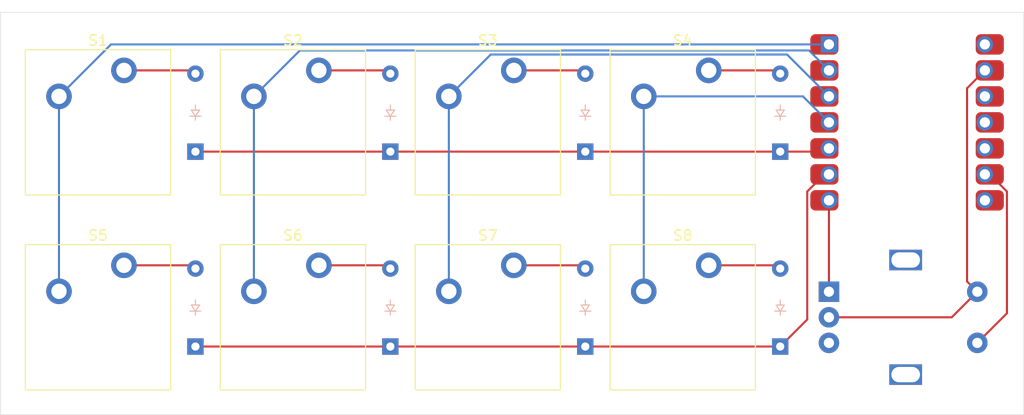
<source format=kicad_pcb>
(kicad_pcb (version 20240108) (generator "pcbnew") (generator_version "8.0")
  (layers (0 "F.Cu" signal) (31 "B.Cu" signal) (34 "B.Paste" user) (35 "F.Paste" user) (36 "B.SilkS" user "B.Silkscreen") (37 "F.SilkS" user "F.Silkscreen") (38 "B.Mask" user) (39 "F.Mask" user) (44 "Edge.Cuts" user))
  (net 0 "")
  (net 1 "row 0")
  (net 2 "Net-(D1-A)")
  (net 3 "Net-(D2-A)")
  (net 4 "Net-(D3-A)")
  (net 5 "Net-(D4-A)")
  (net 6 "row 1")
  (net 7 "Net-(D5-A)")
  (net 8 "Net-(D6-A)")
  (net 9 "Net-(D7-A)")
  (net 10 "col 3")
  (net 11 "Net-(D8-A)")
  (net 12 "col 0")
  (net 13 "col 1")
  (net 14 "col 2")
  (net 15 "A")
  (net 16 "gnd")
  (net 17 "B")
  (net 21 "switch")
  (footprint "ScottoKeebs_MX:MX_PCB_1.00u" (layer "F.Cu") (at 168.125 103.575)
    (property "Reference" "S6" (at 0 -8 0) (layer "F.SilkS"))
    (property "Value" "Keyswitch")
    (fp_line (start -7.1 -7.1) (end -7.1 7.1) (stroke (width 0.12)) (layer "F.SilkS"))
    (fp_line (start -7.1 7.1) (end 7.1 7.1) (stroke (width 0.12)) (layer "F.SilkS"))
    (fp_line (start 7.1 -7.1) (end -7.1 -7.1) (stroke (width 0.12)) (layer "F.SilkS"))
    (fp_line (start 7.1 7.1) (end 7.1 -7.1) (stroke (width 0.12)) (layer "F.SilkS"))
    (pad "" np_thru_hole circle (at -5.08 0) (size 1.75 1.75) (drill 1.75) (layers "*.Cu" "*.Mask"))
    (pad "" np_thru_hole circle (at 0 0) (size 4 4) (drill 4) (layers "*.Cu" "*.Mask"))
    (pad "" np_thru_hole circle (at 5.08 0) (size 1.75 1.75) (drill 1.75) (layers "*.Cu" "*.Mask"))
    (pad "1" thru_hole circle (at -3.81 -2.54) (size 2.5 2.5) (drill 1.5) (layers "*.Cu" "*.Mask") (net 13 "col 1"))
    (pad "2" thru_hole circle (at 2.54 -5.08) (size 2.5 2.5) (drill 1.5) (layers "*.Cu" "*.Mask") (net 8 "Net-(D6-A)"))
  )
  (footprint "ScottoKeebs_MX:MX_PCB_1.00u" (layer "F.Cu") (at 187.175 103.575)
    (property "Reference" "S7" (at 0 -8 0) (layer "F.SilkS"))
    (property "Value" "Keyswitch")
    (fp_line (start -7.1 -7.1) (end -7.1 7.1) (stroke (width 0.12)) (layer "F.SilkS"))
    (fp_line (start -7.1 7.1) (end 7.1 7.1) (stroke (width 0.12)) (layer "F.SilkS"))
    (fp_line (start 7.1 -7.1) (end -7.1 -7.1) (stroke (width 0.12)) (layer "F.SilkS"))
    (fp_line (start 7.1 7.1) (end 7.1 -7.1) (stroke (width 0.12)) (layer "F.SilkS"))
    (pad "" np_thru_hole circle (at -5.08 0) (size 1.75 1.75) (drill 1.75) (layers "*.Cu" "*.Mask"))
    (pad "" np_thru_hole circle (at 0 0) (size 4 4) (drill 4) (layers "*.Cu" "*.Mask"))
    (pad "" np_thru_hole circle (at 5.08 0) (size 1.75 1.75) (drill 1.75) (layers "*.Cu" "*.Mask"))
    (pad "1" thru_hole circle (at -3.81 -2.54) (size 2.5 2.5) (drill 1.5) (layers "*.Cu" "*.Mask") (net 14 "col 2"))
    (pad "2" thru_hole circle (at 2.54 -5.08) (size 2.5 2.5) (drill 1.5) (layers "*.Cu" "*.Mask") (net 9 "Net-(D7-A)"))
  )
  (footprint "ScottoKeebs_MX:MX_PCB_1.00u" (layer "F.Cu") (at 149.075 84.525)
    (property "Reference" "S1" (at 0 -8 0) (layer "F.SilkS"))
    (property "Value" "Keyswitch")
    (fp_line (start -7.1 -7.1) (end -7.1 7.1) (stroke (width 0.12)) (layer "F.SilkS"))
    (fp_line (start -7.1 7.1) (end 7.1 7.1) (stroke (width 0.12)) (layer "F.SilkS"))
    (fp_line (start 7.1 -7.1) (end -7.1 -7.1) (stroke (width 0.12)) (layer "F.SilkS"))
    (fp_line (start 7.1 7.1) (end 7.1 -7.1) (stroke (width 0.12)) (layer "F.SilkS"))
    (pad "" np_thru_hole circle (at -5.08 0) (size 1.75 1.75) (drill 1.75) (layers "*.Cu" "*.Mask"))
    (pad "" np_thru_hole circle (at 0 0) (size 4 4) (drill 4) (layers "*.Cu" "*.Mask"))
    (pad "" np_thru_hole circle (at 5.08 0) (size 1.75 1.75) (drill 1.75) (layers "*.Cu" "*.Mask"))
    (pad "1" thru_hole circle (at -3.81 -2.54) (size 2.5 2.5) (drill 1.5) (layers "*.Cu" "*.Mask") (net 12 "col 0"))
    (pad "2" thru_hole circle (at 2.54 -5.08) (size 2.5 2.5) (drill 1.5) (layers "*.Cu" "*.Mask") (net 2 "Net-(D1-A)"))
  )
  (footprint "ScottoKeebs_MX:MX_PCB_1.00u" (layer "F.Cu") (at 168.125 84.525)
    (property "Reference" "S2" (at 0 -8 0) (layer "F.SilkS"))
    (property "Value" "Keyswitch")
    (fp_line (start -7.1 -7.1) (end -7.1 7.1) (stroke (width 0.12)) (layer "F.SilkS"))
    (fp_line (start -7.1 7.1) (end 7.1 7.1) (stroke (width 0.12)) (layer "F.SilkS"))
    (fp_line (start 7.1 -7.1) (end -7.1 -7.1) (stroke (width 0.12)) (layer "F.SilkS"))
    (fp_line (start 7.1 7.1) (end 7.1 -7.1) (stroke (width 0.12)) (layer "F.SilkS"))
    (pad "" np_thru_hole circle (at -5.08 0) (size 1.75 1.75) (drill 1.75) (layers "*.Cu" "*.Mask"))
    (pad "" np_thru_hole circle (at 0 0) (size 4 4) (drill 4) (layers "*.Cu" "*.Mask"))
    (pad "" np_thru_hole circle (at 5.08 0) (size 1.75 1.75) (drill 1.75) (layers "*.Cu" "*.Mask"))
    (pad "1" thru_hole circle (at -3.81 -2.54) (size 2.5 2.5) (drill 1.5) (layers "*.Cu" "*.Mask") (net 13 "col 1"))
    (pad "2" thru_hole circle (at 2.54 -5.08) (size 2.5 2.5) (drill 1.5) (layers "*.Cu" "*.Mask") (net 3 "Net-(D2-A)"))
  )
  (footprint "ScottoKeebs_MX:MX_PCB_1.00u" (layer "F.Cu") (at 206.225 103.575)
    (property "Reference" "S8" (at 0 -8 0) (layer "F.SilkS"))
    (property "Value" "Keyswitch")
    (fp_line (start -7.1 -7.1) (end -7.1 7.1) (stroke (width 0.12)) (layer "F.SilkS"))
    (fp_line (start -7.1 7.1) (end 7.1 7.1) (stroke (width 0.12)) (layer "F.SilkS"))
    (fp_line (start 7.1 -7.1) (end -7.1 -7.1) (stroke (width 0.12)) (layer "F.SilkS"))
    (fp_line (start 7.1 7.1) (end 7.1 -7.1) (stroke (width 0.12)) (layer "F.SilkS"))
    (pad "" np_thru_hole circle (at -5.08 0) (size 1.75 1.75) (drill 1.75) (layers "*.Cu" "*.Mask"))
    (pad "" np_thru_hole circle (at 0 0) (size 4 4) (drill 4) (layers "*.Cu" "*.Mask"))
    (pad "" np_thru_hole circle (at 5.08 0) (size 1.75 1.75) (drill 1.75) (layers "*.Cu" "*.Mask"))
    (pad "1" thru_hole circle (at -3.81 -2.54) (size 2.5 2.5) (drill 1.5) (layers "*.Cu" "*.Mask") (net 10 "col 3"))
    (pad "2" thru_hole circle (at 2.54 -5.08) (size 2.5 2.5) (drill 1.5) (layers "*.Cu" "*.Mask") (net 11 "Net-(D8-A)"))
  )
  (footprint "ScottoKeebs_Scotto:Encoder_EC11_MX" (layer "F.Cu") (at 228.0125 103.575)
    (property "Reference" "SW1" (hide yes))
    (property "Value" "RotaryEncoder_Switch" (hide yes))
    (pad "A" thru_hole rect (at -7.5 -2.5) (size 2 2) (drill 1) (layers "*.Cu" "*.Mask") (net 15 "A"))
    (pad "B" thru_hole circle (at -7.5 2.5) (size 2 2) (drill 1) (layers "*.Cu" "*.Mask") (net 17 "B"))
    (pad "C" thru_hole circle (at -7.5 0) (size 2 2) (drill 1) (layers "*.Cu" "*.Mask") (net 16 "gnd"))
    (pad "MP" thru_hole rect (at 0 -5.6) (size 3.2 2) (drill oval 2.8 1.5) (layers "*.Cu" "*.Mask"))
    (pad "MP" thru_hole rect (at 0 5.6) (size 3.2 2) (drill oval 2.8 1.5) (layers "*.Cu" "*.Mask"))
    (pad "S1" thru_hole circle (at 7 2.5) (size 2 2) (drill 1) (layers "*.Cu" "*.Mask") (net 21 "switch"))
    (pad "S2" thru_hole circle (at 7 -2.5) (size 2 2) (drill 1) (layers "*.Cu" "*.Mask") (net 16 "gnd"))
  )
  (footprint "ScottoKeebs_MX:MX_PCB_1.00u" (layer "F.Cu") (at 149.075 103.575)
    (property "Reference" "S5" (at 0 -8 0) (layer "F.SilkS"))
    (property "Value" "Keyswitch")
    (fp_line (start -7.1 -7.1) (end -7.1 7.1) (stroke (width 0.12)) (layer "F.SilkS"))
    (fp_line (start -7.1 7.1) (end 7.1 7.1) (stroke (width 0.12)) (layer "F.SilkS"))
    (fp_line (start 7.1 -7.1) (end -7.1 -7.1) (stroke (width 0.12)) (layer "F.SilkS"))
    (fp_line (start 7.1 7.1) (end 7.1 -7.1) (stroke (width 0.12)) (layer "F.SilkS"))
    (pad "" np_thru_hole circle (at -5.08 0) (size 1.75 1.75) (drill 1.75) (layers "*.Cu" "*.Mask"))
    (pad "" np_thru_hole circle (at 0 0) (size 4 4) (drill 4) (layers "*.Cu" "*.Mask"))
    (pad "" np_thru_hole circle (at 5.08 0) (size 1.75 1.75) (drill 1.75) (layers "*.Cu" "*.Mask"))
    (pad "1" thru_hole circle (at -3.81 -2.54) (size 2.5 2.5) (drill 1.5) (layers "*.Cu" "*.Mask") (net 12 "col 0"))
    (pad "2" thru_hole circle (at 2.54 -5.08) (size 2.5 2.5) (drill 1.5) (layers "*.Cu" "*.Mask") (net 7 "Net-(D5-A)"))
  )
  (footprint "ScottoKeebs_MCU:Seeed_XIAO_RP2040" (layer "F.Cu") (at 228.1325 84.525)
    (property "Reference" "U2" (hide yes))
    (property "Value" "SeeeduinoXIAO")
    (pad "1" smd roundrect (at -8.065 -7.62) (size 2.75 2) (layers "F.Cu" "F.Paste" "F.Mask") (net 12 "col 0"))
    (pad "1" thru_hole rect (at -7.62 -7.62 90) (size 1.6 1.6) (drill 1) (layers "*.Cu" "*.Mask") (net 12 "col 0"))
    (pad "2" smd roundrect (at -8.065 -5.08) (size 2.75 2) (layers "F.Cu" "F.Paste" "F.Mask") (net 13 "col 1"))
    (pad "2" thru_hole circle (at -7.62 -5.08 90) (size 1.6 1.6) (drill 1) (layers "*.Cu" "*.Mask") (net 13 "col 1"))
    (pad "3" smd roundrect (at -8.065 -2.54) (size 2.75 2) (layers "F.Cu" "F.Paste" "F.Mask") (net 14 "col 2"))
    (pad "3" thru_hole circle (at -7.62 -2.54 90) (size 1.6 1.6) (drill 1) (layers "*.Cu" "*.Mask") (net 14 "col 2"))
    (pad "4" smd roundrect (at -8.065 0) (size 2.75 2) (layers "F.Cu" "F.Paste" "F.Mask") (net 10 "col 3"))
    (pad "4" thru_hole circle (at -7.62 0 90) (size 1.6 1.6) (drill 1) (layers "*.Cu" "*.Mask") (net 10 "col 3"))
    (pad "5" smd roundrect (at -8.065 2.54) (size 2.75 2) (layers "F.Cu" "F.Paste" "F.Mask") (net 1 "row 0"))
    (pad "5" thru_hole circle (at -7.62 2.54 90) (size 1.6 1.6) (drill 1) (layers "*.Cu" "*.Mask") (net 1 "row 0"))
    (pad "6" smd roundrect (at -8.065 5.08) (size 2.75 2) (layers "F.Cu" "F.Paste" "F.Mask") (net 6 "row 1"))
    (pad "6" thru_hole circle (at -7.62 5.08 90) (size 1.6 1.6) (drill 1) (layers "*.Cu" "*.Mask") (net 6 "row 1"))
    (pad "7" smd roundrect (at -8.065 7.62) (size 2.75 2) (layers "F.Cu" "F.Paste" "F.Mask") (net 15 "A"))
    (pad "7" thru_hole circle (at -7.62 7.62 90) (size 1.6 1.6) (drill 1) (layers "*.Cu" "*.Mask") (net 15 "A"))
    (pad "8" thru_hole circle (at 7.62 7.62 90) (size 1.6 1.6) (drill 1) (layers "*.Cu" "*.Mask") (net 17 "B"))
    (pad "8" smd roundrect (at 8.1 7.62) (size 2.75 2) (layers "F.Cu" "F.Paste" "F.Mask") (net 17 "B"))
    (pad "9" thru_hole circle (at 7.62 5.08 90) (size 1.6 1.6) (drill 1) (layers "*.Cu" "*.Mask") (net 21 "switch"))
    (pad "9" smd roundrect (at 8.1 5.08) (size 2.75 2) (layers "F.Cu" "F.Paste" "F.Mask") (net 21 "switch"))
    (pad "10" thru_hole circle (at 7.62 2.54 90) (size 1.6 1.6) (drill 1) (layers "*.Cu" "*.Mask"))
    (pad "10" smd roundrect (at 8.1 2.54) (size 2.75 2) (layers "F.Cu" "F.Paste" "F.Mask"))
    (pad "11" thru_hole circle (at 7.62 0 90) (size 1.6 1.6) (drill 1) (layers "*.Cu" "*.Mask"))
    (pad "11" smd roundrect (at 8.1 0) (size 2.75 2) (layers "F.Cu" "F.Paste" "F.Mask"))
    (pad "12" thru_hole circle (at 7.62 -2.54 90) (size 1.6 1.6) (drill 1) (layers "*.Cu" "*.Mask"))
    (pad "12" smd roundrect (at 8.1 -2.54) (size 2.75 2) (layers "F.Cu" "F.Paste" "F.Mask"))
    (pad "13" thru_hole circle (at 7.62 -5.08 90) (size 1.6 1.6) (drill 1) (layers "*.Cu" "*.Mask") (net 16 "gnd"))
    (pad "13" smd roundrect (at 8.1 -5.08) (size 2.75 2) (layers "F.Cu" "F.Paste" "F.Mask") (net 16 "gnd"))
    (pad "14" thru_hole circle (at 7.62 -7.62 90) (size 1.6 1.6) (drill 1) (layers "*.Cu" "*.Mask"))
    (pad "14" smd roundrect (at 8.1 -7.62) (size 2.75 2) (layers "F.Cu" "F.Paste" "F.Mask"))
  )
  (footprint "ScottoKeebs_MX:MX_PCB_1.00u" (layer "F.Cu") (at 187.175 84.525)
    (property "Reference" "S3" (at 0 -8 0) (layer "F.SilkS"))
    (property "Value" "Keyswitch")
    (fp_line (start -7.1 -7.1) (end -7.1 7.1) (stroke (width 0.12)) (layer "F.SilkS"))
    (fp_line (start -7.1 7.1) (end 7.1 7.1) (stroke (width 0.12)) (layer "F.SilkS"))
    (fp_line (start 7.1 -7.1) (end -7.1 -7.1) (stroke (width 0.12)) (layer "F.SilkS"))
    (fp_line (start 7.1 7.1) (end 7.1 -7.1) (stroke (width 0.12)) (layer "F.SilkS"))
    (pad "" np_thru_hole circle (at -5.08 0) (size 1.75 1.75) (drill 1.75) (layers "*.Cu" "*.Mask"))
    (pad "" np_thru_hole circle (at 0 0) (size 4 4) (drill 4) (layers "*.Cu" "*.Mask"))
    (pad "" np_thru_hole circle (at 5.08 0) (size 1.75 1.75) (drill 1.75) (layers "*.Cu" "*.Mask"))
    (pad "1" thru_hole circle (at -3.81 -2.54) (size 2.5 2.5) (drill 1.5) (layers "*.Cu" "*.Mask") (net 14 "col 2"))
    (pad "2" thru_hole circle (at 2.54 -5.08) (size 2.5 2.5) (drill 1.5) (layers "*.Cu" "*.Mask") (net 4 "Net-(D3-A)"))
  )
  (footprint "ScottoKeebs_MX:MX_PCB_1.00u" (layer "F.Cu") (at 206.225 84.525)
    (property "Reference" "S4" (at 0 -8 0) (layer "F.SilkS"))
    (property "Value" "Keyswitch")
    (fp_line (start -7.1 -7.1) (end -7.1 7.1) (stroke (width 0.12)) (layer "F.SilkS"))
    (fp_line (start -7.1 7.1) (end 7.1 7.1) (stroke (width 0.12)) (layer "F.SilkS"))
    (fp_line (start 7.1 -7.1) (end -7.1 -7.1) (stroke (width 0.12)) (layer "F.SilkS"))
    (fp_line (start 7.1 7.1) (end 7.1 -7.1) (stroke (width 0.12)) (layer "F.SilkS"))
    (pad "" np_thru_hole circle (at -5.08 0) (size 1.75 1.75) (drill 1.75) (layers "*.Cu" "*.Mask"))
    (pad "" np_thru_hole circle (at 0 0) (size 4 4) (drill 4) (layers "*.Cu" "*.Mask"))
    (pad "" np_thru_hole circle (at 5.08 0) (size 1.75 1.75) (drill 1.75) (layers "*.Cu" "*.Mask"))
    (pad "1" thru_hole circle (at -3.81 -2.54) (size 2.5 2.5) (drill 1.5) (layers "*.Cu" "*.Mask") (net 10 "col 3"))
    (pad "2" thru_hole circle (at 2.54 -5.08) (size 2.5 2.5) (drill 1.5) (layers "*.Cu" "*.Mask") (net 5 "Net-(D4-A)"))
  )
  (footprint "ScottoKeebs_Components:Diode_DO-35" (layer "B.Cu") (at 196.7 106.4325 90)
    (property "Reference" "D7" (hide yes))
    (property "Value" "Diode" (hide yes))
    (fp_line (start 3.46 -0.55) (end 3.46 0.55) (stroke (width 0.1)) (layer "B.SilkS"))
    (fp_line (start 4.06 -0.4) (end 4.06 0.4) (stroke (width 0.1)) (layer "B.SilkS"))
    (fp_line (start 4.56 0) (end 4.06 0) (stroke (width 0.1)) (layer "B.SilkS"))
    (fp_line (start 3.46 0) (end 4.06 -0.4) (stroke (width 0.1)) (layer "B.SilkS"))
    (fp_line (start 3.46 0) (end 3.06 0) (stroke (width 0.1)) (layer "B.SilkS"))
    (fp_line (start 4.06 0.4) (end 3.46 0) (stroke (width 0.1)) (layer "B.SilkS"))
    (pad "1" thru_hole rect (at 0 0 90) (size 1.6 1.6) (drill 0.8) (layers "*.Cu" "*.Mask") (net 6 "row 1"))
    (pad "2" thru_hole oval (at 7.62 0 90) (size 1.6 1.6) (drill 0.8) (layers "*.Cu" "*.Mask") (net 9 "Net-(D7-A)"))
  )
  (footprint "ScottoKeebs_Components:Diode_DO-35" (layer "B.Cu") (at 158.6 106.4325 90)
    (property "Reference" "D5" (hide yes))
    (property "Value" "Diode" (hide yes))
    (fp_line (start 3.46 -0.55) (end 3.46 0.55) (stroke (width 0.1)) (layer "B.SilkS"))
    (fp_line (start 4.06 -0.4) (end 4.06 0.4) (stroke (width 0.1)) (layer "B.SilkS"))
    (fp_line (start 4.56 0) (end 4.06 0) (stroke (width 0.1)) (layer "B.SilkS"))
    (fp_line (start 3.46 0) (end 4.06 -0.4) (stroke (width 0.1)) (layer "B.SilkS"))
    (fp_line (start 3.46 0) (end 3.06 0) (stroke (width 0.1)) (layer "B.SilkS"))
    (fp_line (start 4.06 0.4) (end 3.46 0) (stroke (width 0.1)) (layer "B.SilkS"))
    (pad "1" thru_hole rect (at 0 0 90) (size 1.6 1.6) (drill 0.8) (layers "*.Cu" "*.Mask") (net 6 "row 1"))
    (pad "2" thru_hole oval (at 7.62 0 90) (size 1.6 1.6) (drill 0.8) (layers "*.Cu" "*.Mask") (net 7 "Net-(D5-A)"))
  )
  (footprint "ScottoKeebs_Components:Diode_DO-35" (layer "B.Cu") (at 177.65 87.3825 90)
    (property "Reference" "D2" (hide yes))
    (property "Value" "Diode" (hide yes))
    (fp_line (start 3.46 -0.55) (end 3.46 0.55) (stroke (width 0.1)) (layer "B.SilkS"))
    (fp_line (start 4.06 -0.4) (end 4.06 0.4) (stroke (width 0.1)) (layer "B.SilkS"))
    (fp_line (start 4.56 0) (end 4.06 0) (stroke (width 0.1)) (layer "B.SilkS"))
    (fp_line (start 3.46 0) (end 4.06 -0.4) (stroke (width 0.1)) (layer "B.SilkS"))
    (fp_line (start 3.46 0) (end 3.06 0) (stroke (width 0.1)) (layer "B.SilkS"))
    (fp_line (start 4.06 0.4) (end 3.46 0) (stroke (width 0.1)) (layer "B.SilkS"))
    (pad "1" thru_hole rect (at 0 0 90) (size 1.6 1.6) (drill 0.8) (layers "*.Cu" "*.Mask") (net 1 "row 0"))
    (pad "2" thru_hole oval (at 7.62 0 90) (size 1.6 1.6) (drill 0.8) (layers "*.Cu" "*.Mask") (net 3 "Net-(D2-A)"))
  )
  (footprint "ScottoKeebs_Components:Diode_DO-35" (layer "B.Cu") (at 177.65 106.4325 90)
    (property "Reference" "D6" (hide yes))
    (property "Value" "Diode" (hide yes))
    (fp_line (start 3.46 -0.55) (end 3.46 0.55) (stroke (width 0.1)) (layer "B.SilkS"))
    (fp_line (start 4.06 -0.4) (end 4.06 0.4) (stroke (width 0.1)) (layer "B.SilkS"))
    (fp_line (start 4.56 0) (end 4.06 0) (stroke (width 0.1)) (layer "B.SilkS"))
    (fp_line (start 3.46 0) (end 4.06 -0.4) (stroke (width 0.1)) (layer "B.SilkS"))
    (fp_line (start 3.46 0) (end 3.06 0) (stroke (width 0.1)) (layer "B.SilkS"))
    (fp_line (start 4.06 0.4) (end 3.46 0) (stroke (width 0.1)) (layer "B.SilkS"))
    (pad "1" thru_hole rect (at 0 0 90) (size 1.6 1.6) (drill 0.8) (layers "*.Cu" "*.Mask") (net 6 "row 1"))
    (pad "2" thru_hole oval (at 7.62 0 90) (size 1.6 1.6) (drill 0.8) (layers "*.Cu" "*.Mask") (net 8 "Net-(D6-A)"))
  )
  (footprint "ScottoKeebs_Components:Diode_DO-35" (layer "B.Cu") (at 158.6 87.3825 90)
    (property "Reference" "D1" (hide yes))
    (property "Value" "Diode" (hide yes))
    (fp_line (start 3.46 -0.55) (end 3.46 0.55) (stroke (width 0.1)) (layer "B.SilkS"))
    (fp_line (start 4.06 -0.4) (end 4.06 0.4) (stroke (width 0.1)) (layer "B.SilkS"))
    (fp_line (start 4.56 0) (end 4.06 0) (stroke (width 0.1)) (layer "B.SilkS"))
    (fp_line (start 3.46 0) (end 4.06 -0.4) (stroke (width 0.1)) (layer "B.SilkS"))
    (fp_line (start 3.46 0) (end 3.06 0) (stroke (width 0.1)) (layer "B.SilkS"))
    (fp_line (start 4.06 0.4) (end 3.46 0) (stroke (width 0.1)) (layer "B.SilkS"))
    (pad "1" thru_hole rect (at 0 0 90) (size 1.6 1.6) (drill 0.8) (layers "*.Cu" "*.Mask") (net 1 "row 0"))
    (pad "2" thru_hole oval (at 7.62 0 90) (size 1.6 1.6) (drill 0.8) (layers "*.Cu" "*.Mask") (net 2 "Net-(D1-A)"))
  )
  (footprint "ScottoKeebs_Components:Diode_DO-35" (layer "B.Cu") (at 215.75 106.4325 90)
    (property "Reference" "D8" (hide yes))
    (property "Value" "Diode" (hide yes))
    (fp_line (start 3.46 -0.55) (end 3.46 0.55) (stroke (width 0.1)) (layer "B.SilkS"))
    (fp_line (start 4.06 -0.4) (end 4.06 0.4) (stroke (width 0.1)) (layer "B.SilkS"))
    (fp_line (start 4.56 0) (end 4.06 0) (stroke (width 0.1)) (layer "B.SilkS"))
    (fp_line (start 3.46 0) (end 4.06 -0.4) (stroke (width 0.1)) (layer "B.SilkS"))
    (fp_line (start 3.46 0) (end 3.06 0) (stroke (width 0.1)) (layer "B.SilkS"))
    (fp_line (start 4.06 0.4) (end 3.46 0) (stroke (width 0.1)) (layer "B.SilkS"))
    (pad "1" thru_hole rect (at 0 0 90) (size 1.6 1.6) (drill 0.8) (layers "*.Cu" "*.Mask") (net 6 "row 1"))
    (pad "2" thru_hole oval (at 7.62 0 90) (size 1.6 1.6) (drill 0.8) (layers "*.Cu" "*.Mask") (net 11 "Net-(D8-A)"))
  )
  (footprint "ScottoKeebs_Components:Diode_DO-35" (layer "B.Cu") (at 196.7 87.3825 90)
    (property "Reference" "D3" (hide yes))
    (property "Value" "Diode" (hide yes))
    (fp_line (start 3.46 -0.55) (end 3.46 0.55) (stroke (width 0.1)) (layer "B.SilkS"))
    (fp_line (start 4.06 -0.4) (end 4.06 0.4) (stroke (width 0.1)) (layer "B.SilkS"))
    (fp_line (start 4.56 0) (end 4.06 0) (stroke (width 0.1)) (layer "B.SilkS"))
    (fp_line (start 3.46 0) (end 4.06 -0.4) (stroke (width 0.1)) (layer "B.SilkS"))
    (fp_line (start 3.46 0) (end 3.06 0) (stroke (width 0.1)) (layer "B.SilkS"))
    (fp_line (start 4.06 0.4) (end 3.46 0) (stroke (width 0.1)) (layer "B.SilkS"))
    (pad "1" thru_hole rect (at 0 0 90) (size 1.6 1.6) (drill 0.8) (layers "*.Cu" "*.Mask") (net 1 "row 0"))
    (pad "2" thru_hole oval (at 7.62 0 90) (size 1.6 1.6) (drill 0.8) (layers "*.Cu" "*.Mask") (net 4 "Net-(D3-A)"))
  )
  (footprint "ScottoKeebs_Components:Diode_DO-35" (layer "B.Cu") (at 215.75 87.3825 90)
    (property "Reference" "D4" (hide yes))
    (property "Value" "Diode" (hide yes))
    (fp_line (start 3.46 -0.55) (end 3.46 0.55) (stroke (width 0.1)) (layer "B.SilkS"))
    (fp_line (start 4.06 -0.4) (end 4.06 0.4) (stroke (width 0.1)) (layer "B.SilkS"))
    (fp_line (start 4.56 0) (end 4.06 0) (stroke (width 0.1)) (layer "B.SilkS"))
    (fp_line (start 3.46 0) (end 4.06 -0.4) (stroke (width 0.1)) (layer "B.SilkS"))
    (fp_line (start 3.46 0) (end 3.06 0) (stroke (width 0.1)) (layer "B.SilkS"))
    (fp_line (start 4.06 0.4) (end 3.46 0) (stroke (width 0.1)) (layer "B.SilkS"))
    (pad "1" thru_hole rect (at 0 0 90) (size 1.6 1.6) (drill 0.8) (layers "*.Cu" "*.Mask") (net 1 "row 0"))
    (pad "2" thru_hole oval (at 7.62 0 90) (size 1.6 1.6) (drill 0.8) (layers "*.Cu" "*.Mask") (net 5 "Net-(D4-A)"))
  )
  (gr_rect (start 139.55 73.7775) (end 239.5625 113.1) (stroke (width 0.05)) (fill none) (layer "Edge.Cuts"))
  (segment (start 158.6 87.3825) (end 177.65 87.3825) (width 0.2) (layer "F.Cu") (net 1))
  (segment (start 177.65 87.3825) (end 196.7 87.3825) (width 0.2) (layer "F.Cu") (net 1))
  (segment (start 215.75 87.3825) (end 220.195 87.3825) (width 0.2) (layer "F.Cu") (net 1))
  (segment (start 196.7 87.3825) (end 215.75 87.3825) (width 0.2) (layer "F.Cu") (net 1))
  (segment (start 220.195 87.3825) (end 220.5125 87.065) (width 0.2) (layer "F.Cu") (net 1))
  (segment (start 158.2825 79.445) (end 158.6 79.7625) (width 0.2) (layer "F.Cu") (net 2))
  (segment (start 151.615 79.445) (end 158.2825 79.445) (width 0.2) (layer "F.Cu") (net 2))
  (segment (start 170.665 79.445) (end 177.3325 79.445) (width 0.2) (layer "F.Cu") (net 3))
  (segment (start 177.3325 79.445) (end 177.65 79.7625) (width 0.2) (layer "F.Cu") (net 3))
  (segment (start 189.715 79.445) (end 196.3825 79.445) (width 0.2) (layer "F.Cu") (net 4))
  (segment (start 196.3825 79.445) (end 196.7 79.7625) (width 0.2) (layer "F.Cu") (net 4))
  (segment (start 208.765 79.445) (end 215.4325 79.445) (width 0.2) (layer "F.Cu") (net 5))
  (segment (start 215.4325 79.445) (end 215.75 79.7625) (width 0.2) (layer "F.Cu") (net 5))
  (segment (start 196.7 106.4325) (end 215.75 106.4325) (width 0.2) (layer "F.Cu") (net 6))
  (segment (start 215.75 106.4325) (end 218.3925 103.79) (width 0.2) (layer "F.Cu") (net 6))
  (segment (start 218.3925 91.28) (end 220.0675 89.605) (width 0.2) (layer "F.Cu") (net 6))
  (segment (start 218.3925 103.79) (end 218.3925 91.28) (width 0.2) (layer "F.Cu") (net 6))
  (segment (start 177.65 106.4325) (end 196.7 106.4325) (width 0.2) (layer "F.Cu") (net 6))
  (segment (start 158.6 106.4325) (end 177.65 106.4325) (width 0.2) (layer "F.Cu") (net 6))
  (segment (start 158.2825 98.495) (end 158.6 98.8125) (width 0.2) (layer "F.Cu") (net 7))
  (segment (start 151.615 98.495) (end 158.2825 98.495) (width 0.2) (layer "F.Cu") (net 7))
  (segment (start 177.3325 98.495) (end 177.65 98.8125) (width 0.2) (layer "F.Cu") (net 8))
  (segment (start 170.665 98.495) (end 177.3325 98.495) (width 0.2) (layer "F.Cu") (net 8))
  (segment (start 189.715 98.495) (end 196.3825 98.495) (width 0.2) (layer "F.Cu") (net 9))
  (segment (start 196.3825 98.495) (end 196.7 98.8125) (width 0.2) (layer "F.Cu") (net 9))
  (segment (start 202.415 81.985) (end 217.9725 81.985) (width 0.2) (layer "B.Cu") (net 10))
  (segment (start 202.415 81.985) (end 202.415 101.035) (width 0.2) (layer "B.Cu") (net 10))
  (segment (start 217.9725 81.985) (end 220.5125 84.525) (width 0.2) (layer "B.Cu") (net 10))
  (segment (start 208.765 98.495) (end 215.4325 98.495) (width 0.2) (layer "F.Cu") (net 11))
  (segment (start 215.4325 98.495) (end 215.75 98.8125) (width 0.2) (layer "F.Cu") (net 11))
  (segment (start 220.5125 76.905) (end 150.345 76.905) (width 0.2) (layer "B.Cu") (net 12))
  (segment (start 145.265 81.985) (end 145.265 101.035) (width 0.2) (layer "B.Cu") (net 12))
  (segment (start 150.345 76.905) (end 145.265 81.985) (width 0.2) (layer "B.Cu") (net 12))
  (segment (start 220.5125 79.445) (end 218.5625 77.495) (width 0.2) (layer "B.Cu") (net 13))
  (segment (start 168.805 77.495) (end 164.315 81.985) (width 0.2) (layer "B.Cu") (net 13))
  (segment (start 218.5625 77.495) (end 168.805 77.495) (width 0.2) (layer "B.Cu") (net 13))
  (segment (start 164.315 81.985) (end 164.315 101.035) (width 0.2) (layer "B.Cu") (net 13))
  (segment (start 183.365 81.985) (end 183.365 101.035) (width 0.2) (layer "B.Cu") (net 14))
  (segment (start 216.4225 77.895) (end 220.5125 81.985) (width 0.2) (layer "B.Cu") (net 14))
  (segment (start 183.365 81.985) (end 187.455 77.895) (width 0.2) (layer "B.Cu") (net 14))
  (segment (start 187.455 77.895) (end 216.4225 77.895) (width 0.2) (layer "B.Cu") (net 14))
  (segment (start 220.5125 101.075) (end 220.5125 92.145) (width 0.2) (layer "F.Cu") (net 15))
  (segment (start 232.5125 103.575) (end 235.0125 101.075) (width 0.2) (layer "F.Cu") (net 16))
  (segment (start 234.0125 100.075) (end 234.0125 81.185) (width 0.2) (layer "F.Cu") (net 16))
  (segment (start 234.0125 81.185) (end 235.7525 79.445) (width 0.2) (layer "F.Cu") (net 16))
  (segment (start 220.5125 103.575) (end 232.5125 103.575) (width 0.2) (layer "F.Cu") (net 16))
  (segment (start 235.0125 101.075) (end 234.0125 100.075) (width 0.2) (layer "F.Cu") (net 16))
  (segment (start 237.9075 91.28) (end 236.2325 89.605) (width 0.2) (layer "F.Cu") (net 21))
  (segment (start 235.0125 106.075) (end 237.9075 103.18) (width 0.2) (layer "F.Cu") (net 21))
  (segment (start 237.9075 103.18) (end 237.9075 91.28) (width 0.2) (layer "F.Cu") (net 21))
)
</source>
